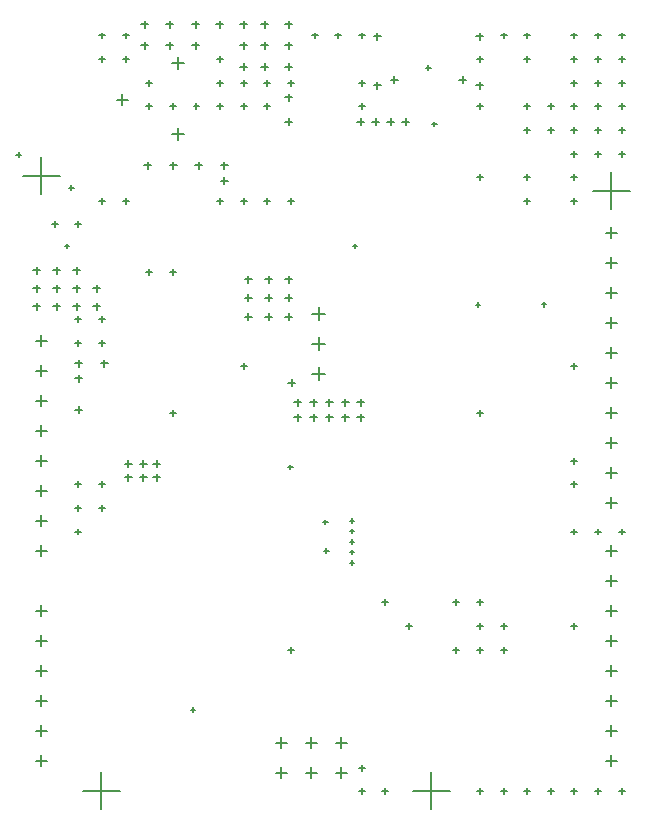
<source format=gbr>
G04*
G04 #@! TF.GenerationSoftware,Altium Limited,Altium Designer,24.2.2 (26)*
G04*
G04 Layer_Color=128*
%FSLAX44Y44*%
%MOMM*%
G71*
G04*
G04 #@! TF.SameCoordinates,B43C7C8D-B24C-4B8E-A4ED-51BAA9CAD299*
G04*
G04*
G04 #@! TF.FilePolarity,Positive*
G04*
G01*
G75*
%ADD18C,0.1270*%
D18*
X1252728Y801370D02*
X1284732D01*
X1268730Y785368D02*
Y817372D01*
X1735328Y788670D02*
X1767332D01*
X1751330Y772668D02*
Y804672D01*
X1303528Y280670D02*
X1335532D01*
X1319530Y264668D02*
Y296672D01*
X1582928Y280670D02*
X1614932D01*
X1598930Y264668D02*
Y296672D01*
X1263730Y661670D02*
X1273730D01*
X1268730Y656670D02*
Y666670D01*
X1263730Y636270D02*
X1273730D01*
X1268730Y631270D02*
Y641270D01*
X1263730Y610870D02*
X1273730D01*
X1268730Y605870D02*
Y615870D01*
X1263730Y585470D02*
X1273730D01*
X1268730Y580470D02*
Y590470D01*
X1263730Y560070D02*
X1273730D01*
X1268730Y555070D02*
Y565070D01*
X1263730Y534670D02*
X1273730D01*
X1268730Y529670D02*
Y539670D01*
X1263730Y509270D02*
X1273730D01*
X1268730Y504270D02*
Y514270D01*
X1263730Y483870D02*
X1273730D01*
X1268730Y478870D02*
Y488870D01*
X1263730Y433070D02*
X1273730D01*
X1268730Y428070D02*
Y438070D01*
X1263730Y407670D02*
X1273730D01*
X1268730Y402670D02*
Y412670D01*
X1263730Y382270D02*
X1273730D01*
X1268730Y377270D02*
Y387270D01*
X1263730Y356870D02*
X1273730D01*
X1268730Y351870D02*
Y361870D01*
X1263730Y331470D02*
X1273730D01*
X1268730Y326470D02*
Y336470D01*
X1263730Y306070D02*
X1273730D01*
X1268730Y301070D02*
Y311070D01*
X1746330Y524510D02*
X1756330D01*
X1751330Y519510D02*
Y529510D01*
X1746330Y549910D02*
X1756330D01*
X1751330Y544910D02*
Y554910D01*
X1746330Y575310D02*
X1756330D01*
X1751330Y570310D02*
Y580310D01*
X1746330Y600710D02*
X1756330D01*
X1751330Y595710D02*
Y605710D01*
X1746330Y626110D02*
X1756330D01*
X1751330Y621110D02*
Y631110D01*
X1746330Y651510D02*
X1756330D01*
X1751330Y646510D02*
Y656510D01*
X1746330Y676910D02*
X1756330D01*
X1751330Y671910D02*
Y681910D01*
X1746330Y702310D02*
X1756330D01*
X1751330Y697310D02*
Y707310D01*
X1746330Y727710D02*
X1756330D01*
X1751330Y722710D02*
Y732710D01*
X1746330Y753110D02*
X1756330D01*
X1751330Y748110D02*
Y758110D01*
X1746330Y306070D02*
X1756330D01*
X1751330Y301070D02*
Y311070D01*
X1746330Y331470D02*
X1756330D01*
X1751330Y326470D02*
Y336470D01*
X1746330Y356870D02*
X1756330D01*
X1751330Y351870D02*
Y361870D01*
X1746330Y382270D02*
X1756330D01*
X1751330Y377270D02*
Y387270D01*
X1746330Y407670D02*
X1756330D01*
X1751330Y402670D02*
Y412670D01*
X1746330Y433070D02*
X1756330D01*
X1751330Y428070D02*
Y438070D01*
X1746330Y458470D02*
X1756330D01*
X1751330Y453470D02*
Y463470D01*
X1746330Y483870D02*
X1756330D01*
X1751330Y478870D02*
Y488870D01*
X1332300Y865710D02*
X1342300D01*
X1337300Y860710D02*
Y870710D01*
X1379300Y896710D02*
X1389300D01*
X1384300Y891710D02*
Y901710D01*
X1379300Y836710D02*
X1389300D01*
X1384300Y831710D02*
Y841710D01*
X1498180Y684530D02*
X1509180D01*
X1503680Y679030D02*
Y690030D01*
X1498180Y659130D02*
X1509180D01*
X1503680Y653630D02*
Y664630D01*
X1498180Y633730D02*
X1509180D01*
X1503680Y628230D02*
Y639230D01*
X1550140Y919480D02*
X1556140D01*
X1553140Y916480D02*
Y922480D01*
X1636640Y919480D02*
X1642640D01*
X1639640Y916480D02*
Y922480D01*
X1550140Y877780D02*
X1556140D01*
X1553140Y874780D02*
Y880780D01*
X1636640Y877780D02*
X1642640D01*
X1639640Y874780D02*
Y880780D01*
X1564490Y882680D02*
X1570490D01*
X1567490Y879680D02*
Y885680D01*
X1622290Y882680D02*
X1628290D01*
X1625290Y879680D02*
Y885680D01*
X1517730Y321310D02*
X1527730D01*
X1522730Y316310D02*
Y326310D01*
X1517730Y295910D02*
X1527730D01*
X1522730Y290910D02*
Y300910D01*
X1492330Y321310D02*
X1502330D01*
X1497330Y316310D02*
Y326310D01*
X1466930Y295910D02*
X1476930D01*
X1471930Y290910D02*
Y300910D01*
X1492330Y295910D02*
X1502330D01*
X1497330Y290910D02*
Y300910D01*
X1466930Y321310D02*
X1476930D01*
X1471930Y316310D02*
Y326310D01*
X1757501Y920001D02*
X1762501D01*
X1760001Y917501D02*
Y922501D01*
X1757501Y900001D02*
X1762501D01*
X1760001Y897501D02*
Y902501D01*
X1757501Y880001D02*
X1762501D01*
X1760001Y877501D02*
Y882501D01*
X1757501Y860001D02*
X1762501D01*
X1760001Y857501D02*
Y862501D01*
X1757501Y840001D02*
X1762501D01*
X1760001Y837501D02*
Y842500D01*
X1757501Y820000D02*
X1762501D01*
X1760001Y817500D02*
Y822500D01*
X1757501Y500000D02*
X1762501D01*
X1760001Y497500D02*
Y502500D01*
X1757501Y280000D02*
X1762501D01*
X1760001Y277500D02*
Y282500D01*
X1737501Y920001D02*
X1742501D01*
X1740001Y917501D02*
Y922501D01*
X1737501Y900001D02*
X1742501D01*
X1740001Y897501D02*
Y902501D01*
X1737501Y880001D02*
X1742501D01*
X1740001Y877501D02*
Y882501D01*
X1737501Y860001D02*
X1742501D01*
X1740001Y857501D02*
Y862501D01*
X1737501Y840001D02*
X1742501D01*
X1740001Y837501D02*
Y842500D01*
X1737501Y820000D02*
X1742501D01*
X1740001Y817500D02*
Y822500D01*
X1737501Y500000D02*
X1742501D01*
X1740001Y497500D02*
Y502500D01*
X1737501Y280000D02*
X1742501D01*
X1740001Y277500D02*
Y282500D01*
X1717501Y920001D02*
X1722501D01*
X1720001Y917501D02*
Y922501D01*
X1717501Y900001D02*
X1722501D01*
X1720001Y897501D02*
Y902501D01*
X1717501Y880001D02*
X1722501D01*
X1720001Y877501D02*
Y882501D01*
X1717501Y860001D02*
X1722501D01*
X1720001Y857501D02*
Y862501D01*
X1717501Y840001D02*
X1722501D01*
X1720001Y837501D02*
Y842500D01*
X1717501Y820000D02*
X1722501D01*
X1720001Y817500D02*
Y822500D01*
X1717501Y800000D02*
X1722501D01*
X1720001Y797500D02*
Y802500D01*
X1717501Y780000D02*
X1722501D01*
X1720001Y777500D02*
Y782500D01*
X1717501Y640000D02*
X1722501D01*
X1720001Y637500D02*
Y642500D01*
X1717501Y560000D02*
X1722501D01*
X1720001Y557500D02*
Y562500D01*
X1717501Y540000D02*
X1722501D01*
X1720001Y537500D02*
Y542500D01*
X1717501Y500000D02*
X1722501D01*
X1720001Y497500D02*
Y502500D01*
X1717501Y420000D02*
X1722501D01*
X1720001Y417500D02*
Y422500D01*
X1717501Y280000D02*
X1722501D01*
X1720001Y277500D02*
Y282500D01*
X1697501Y860001D02*
X1702501D01*
X1700001Y857501D02*
Y862501D01*
X1697501Y840001D02*
X1702501D01*
X1700001Y837501D02*
Y842500D01*
X1697501Y280000D02*
X1702501D01*
X1700001Y277500D02*
Y282500D01*
X1677501Y920001D02*
X1682501D01*
X1680001Y917501D02*
Y922501D01*
X1677501Y900001D02*
X1682501D01*
X1680001Y897501D02*
Y902501D01*
X1677501Y860001D02*
X1682501D01*
X1680001Y857501D02*
Y862501D01*
X1677501Y840001D02*
X1682501D01*
X1680001Y837501D02*
Y842500D01*
X1677501Y800000D02*
X1682501D01*
X1680001Y797500D02*
Y802500D01*
X1677501Y780000D02*
X1682501D01*
X1680001Y777500D02*
Y782500D01*
X1677501Y280000D02*
X1682501D01*
X1680001Y277500D02*
Y282500D01*
X1657501Y920001D02*
X1662501D01*
X1660001Y917501D02*
Y922501D01*
X1657501Y420000D02*
X1662501D01*
X1660001Y417500D02*
Y422500D01*
X1657501Y400000D02*
X1662501D01*
X1660001Y397500D02*
Y402500D01*
X1657501Y280000D02*
X1662501D01*
X1660001Y277500D02*
Y282500D01*
X1637501Y900001D02*
X1642501D01*
X1640001Y897501D02*
Y902501D01*
X1637501Y860001D02*
X1642501D01*
X1640001Y857501D02*
Y862501D01*
X1637501Y800000D02*
X1642501D01*
X1640001Y797500D02*
Y802500D01*
X1637501Y600000D02*
X1642501D01*
X1640001Y597500D02*
Y602500D01*
X1637501Y440000D02*
X1642501D01*
X1640001Y437500D02*
Y442500D01*
X1637501Y420000D02*
X1642501D01*
X1640001Y417500D02*
Y422500D01*
X1637501Y400000D02*
X1642501D01*
X1640001Y397500D02*
Y402500D01*
X1637501Y280000D02*
X1642501D01*
X1640001Y277500D02*
Y282500D01*
X1617501Y440000D02*
X1622501D01*
X1620001Y437500D02*
Y442500D01*
X1617501Y400000D02*
X1622501D01*
X1620001Y397500D02*
Y402500D01*
X1577501Y420000D02*
X1582501D01*
X1580001Y417500D02*
Y422500D01*
X1557501Y440000D02*
X1562501D01*
X1560001Y437500D02*
Y442500D01*
X1557501Y280000D02*
X1562501D01*
X1560001Y277500D02*
Y282500D01*
X1537501Y920001D02*
X1542501D01*
X1540001Y917501D02*
Y922501D01*
X1537501Y880001D02*
X1542501D01*
X1540001Y877501D02*
Y882501D01*
X1537501Y860001D02*
X1542501D01*
X1540001Y857501D02*
Y862501D01*
X1537501Y300000D02*
X1542501D01*
X1540001Y297500D02*
Y302500D01*
X1537501Y280000D02*
X1542501D01*
X1540001Y277500D02*
Y282500D01*
X1517501Y920001D02*
X1522501D01*
X1520001Y917501D02*
Y922501D01*
X1497501Y920001D02*
X1502501D01*
X1500001Y917501D02*
Y922501D01*
X1477501Y880001D02*
X1482501D01*
X1480001Y877501D02*
Y882501D01*
X1477501Y780000D02*
X1482501D01*
X1480001Y777500D02*
Y782500D01*
X1477501Y400000D02*
X1482501D01*
X1480001Y397500D02*
Y402500D01*
X1457501Y880001D02*
X1462501D01*
X1460001Y877501D02*
Y882501D01*
X1457501Y860001D02*
X1462501D01*
X1460001Y857501D02*
Y862501D01*
X1457501Y780000D02*
X1462501D01*
X1460001Y777500D02*
Y782500D01*
X1437501Y880001D02*
X1442501D01*
X1440001Y877501D02*
Y882501D01*
X1437501Y860001D02*
X1442501D01*
X1440001Y857501D02*
Y862501D01*
X1437501Y780000D02*
X1442501D01*
X1440001Y777500D02*
Y782500D01*
X1437501Y640000D02*
X1442501D01*
X1440001Y637500D02*
Y642500D01*
X1417501Y900001D02*
X1422501D01*
X1420001Y897501D02*
Y902501D01*
X1417501Y880001D02*
X1422501D01*
X1420001Y877501D02*
Y882501D01*
X1417501Y860001D02*
X1422501D01*
X1420001Y857501D02*
Y862501D01*
X1417501Y780000D02*
X1422501D01*
X1420001Y777500D02*
Y782500D01*
X1397501Y860001D02*
X1402501D01*
X1400001Y857501D02*
Y862501D01*
X1377501Y860001D02*
X1382501D01*
X1380001Y857501D02*
Y862501D01*
X1377501Y720000D02*
X1382501D01*
X1380001Y717500D02*
Y722500D01*
X1377501Y600000D02*
X1382501D01*
X1380001Y597500D02*
Y602500D01*
X1357501Y880001D02*
X1362501D01*
X1360001Y877501D02*
Y882501D01*
X1357501Y860001D02*
X1362501D01*
X1360001Y857501D02*
Y862501D01*
X1357501Y720000D02*
X1362501D01*
X1360001Y717500D02*
Y722500D01*
X1337501Y920001D02*
X1342501D01*
X1340001Y917501D02*
Y922501D01*
X1337501Y900001D02*
X1342501D01*
X1340001Y897501D02*
Y902501D01*
X1337501Y780000D02*
X1342501D01*
X1340001Y777500D02*
Y782500D01*
X1317501Y920001D02*
X1322501D01*
X1320001Y917501D02*
Y922501D01*
X1317501Y900001D02*
X1322501D01*
X1320001Y897501D02*
Y902501D01*
X1317501Y780000D02*
X1322501D01*
X1320001Y777500D02*
Y782500D01*
X1317501Y680000D02*
X1322501D01*
X1320001Y677500D02*
Y682500D01*
X1317501Y660000D02*
X1322501D01*
X1320001Y657500D02*
Y662500D01*
X1317501Y540000D02*
X1322501D01*
X1320001Y537500D02*
Y542500D01*
X1317501Y520000D02*
X1322501D01*
X1320001Y517500D02*
Y522500D01*
X1297501Y760000D02*
X1302501D01*
X1300001Y757500D02*
Y762500D01*
X1297501Y680000D02*
X1302501D01*
X1300001Y677500D02*
Y682500D01*
X1297501Y660000D02*
X1302501D01*
X1300001Y657500D02*
Y662500D01*
X1297501Y540000D02*
X1302501D01*
X1300001Y537500D02*
Y542500D01*
X1297501Y520000D02*
X1302501D01*
X1300001Y517500D02*
Y522500D01*
X1297501Y500000D02*
X1302501D01*
X1300001Y497500D02*
Y502500D01*
X1277501Y760000D02*
X1282501D01*
X1280001Y757500D02*
Y762500D01*
X1529620Y473710D02*
X1533620D01*
X1531620Y471710D02*
Y475710D01*
X1529620Y482600D02*
X1533620D01*
X1531620Y480600D02*
Y484600D01*
X1529620Y491490D02*
X1533620D01*
X1531620Y489490D02*
Y493490D01*
X1529620Y500380D02*
X1533620D01*
X1531620Y498380D02*
Y502380D01*
X1529620Y509270D02*
X1533620D01*
X1531620Y507270D02*
Y511270D01*
X1599470Y845157D02*
X1603470D01*
X1601470Y843157D02*
Y847157D01*
X1594390Y892810D02*
X1598390D01*
X1596390Y890810D02*
Y894810D01*
X1477550Y554600D02*
X1481550D01*
X1479550Y552600D02*
Y556600D01*
X1247330Y819150D02*
X1251330D01*
X1249330Y817150D02*
Y821150D01*
X1692274Y692304D02*
X1696274D01*
X1694274Y690304D02*
Y694304D01*
X1508030Y483870D02*
X1512030D01*
X1510030Y481870D02*
Y485870D01*
X1395000Y349250D02*
X1399000D01*
X1397000Y347250D02*
Y351250D01*
X1292130Y791210D02*
X1296130D01*
X1294130Y789210D02*
Y793210D01*
X1536240Y596900D02*
X1542240D01*
X1539240Y593900D02*
Y599900D01*
X1522905Y596900D02*
X1528905D01*
X1525905Y593900D02*
Y599900D01*
X1509570Y596900D02*
X1515570D01*
X1512570Y593900D02*
Y599900D01*
X1496235Y596900D02*
X1502235D01*
X1499235Y593900D02*
Y599900D01*
X1482900Y596900D02*
X1488900D01*
X1485900Y593900D02*
Y599900D01*
X1297480Y603250D02*
X1303480D01*
X1300480Y600250D02*
Y606250D01*
X1297480Y629920D02*
X1303480D01*
X1300480Y626920D02*
Y632920D01*
X1297480Y642620D02*
X1303480D01*
X1300480Y639620D02*
Y645620D01*
X1319070Y642620D02*
X1325070D01*
X1322070Y639620D02*
Y645620D01*
X1482900Y609600D02*
X1488900D01*
X1485900Y606600D02*
Y612600D01*
X1477820Y626110D02*
X1483820D01*
X1480820Y623110D02*
Y629110D01*
X1496235Y609600D02*
X1502235D01*
X1499235Y606600D02*
Y612600D01*
X1509570Y609600D02*
X1515570D01*
X1512570Y606600D02*
Y612600D01*
X1522905Y609600D02*
X1528905D01*
X1525905Y606600D02*
Y612600D01*
X1536240Y609600D02*
X1542240D01*
X1539240Y606600D02*
Y612600D01*
X1437180Y929640D02*
X1443180D01*
X1440180Y926640D02*
Y932640D01*
X1437180Y911543D02*
X1443180D01*
X1440180Y908542D02*
Y914542D01*
X1437180Y893445D02*
X1443180D01*
X1440180Y890445D02*
Y896445D01*
X1416860Y929640D02*
X1422860D01*
X1419860Y926640D02*
Y932640D01*
X1374315Y911543D02*
X1380315D01*
X1377315Y908542D02*
Y914542D01*
X1454960Y893445D02*
X1460960D01*
X1457960Y890445D02*
Y896445D01*
X1353360Y911543D02*
X1359360D01*
X1356360Y908542D02*
Y914542D01*
X1396540Y911543D02*
X1402540D01*
X1399540Y908542D02*
Y914542D01*
X1454960Y911543D02*
X1460960D01*
X1457960Y908542D02*
Y914542D01*
X1353360Y929640D02*
X1359360D01*
X1356360Y926640D02*
Y932640D01*
X1374315Y929640D02*
X1380315D01*
X1377315Y926640D02*
Y932640D01*
X1396540Y929640D02*
X1402540D01*
X1399540Y926640D02*
Y932640D01*
X1454960Y929640D02*
X1460960D01*
X1457960Y926640D02*
Y932640D01*
X1475280Y929640D02*
X1481280D01*
X1478280Y926640D02*
Y932640D01*
X1475280Y911543D02*
X1481280D01*
X1478280Y908542D02*
Y914542D01*
X1475280Y893445D02*
X1481280D01*
X1478280Y890445D02*
Y896445D01*
X1475280Y867728D02*
X1481280D01*
X1478280Y864727D02*
Y870727D01*
X1475280Y847090D02*
X1481280D01*
X1478280Y844090D02*
Y850090D01*
X1536240Y847090D02*
X1542240D01*
X1539240Y844090D02*
Y850090D01*
X1548940Y847090D02*
X1554940D01*
X1551940Y844090D02*
Y850090D01*
X1561640Y847090D02*
X1567640D01*
X1564640Y844090D02*
Y850090D01*
X1574340Y847090D02*
X1580340D01*
X1577340Y844090D02*
Y850090D01*
X1312720Y706120D02*
X1318720D01*
X1315720Y703120D02*
Y709120D01*
X1312720Y690880D02*
X1318720D01*
X1315720Y687880D02*
Y693880D01*
X1295787Y690880D02*
X1301787D01*
X1298787Y687880D02*
Y693880D01*
X1295787Y706120D02*
X1301787D01*
X1298787Y703120D02*
Y709120D01*
X1295787Y721360D02*
X1301787D01*
X1298787Y718360D02*
Y724360D01*
X1278853Y721360D02*
X1284853D01*
X1281853Y718360D02*
Y724360D01*
X1278853Y706120D02*
X1284853D01*
X1281853Y703120D02*
Y709120D01*
X1278853Y690880D02*
X1284853D01*
X1281853Y687880D02*
Y693880D01*
X1261920Y690880D02*
X1267920D01*
X1264920Y687880D02*
Y693880D01*
X1261920Y706120D02*
X1267920D01*
X1264920Y703120D02*
Y709120D01*
X1261920Y721360D02*
X1267920D01*
X1264920Y718360D02*
Y724360D01*
X1288320Y741680D02*
X1292320D01*
X1290320Y739680D02*
Y743680D01*
X1339390Y557530D02*
X1345390D01*
X1342390Y554530D02*
Y560530D01*
X1339390Y546100D02*
X1345390D01*
X1342390Y543100D02*
Y549100D01*
X1363520Y546100D02*
X1369520D01*
X1366520Y543100D02*
Y549100D01*
X1352090Y557530D02*
X1358090D01*
X1355090Y554530D02*
Y560530D01*
X1352090Y546100D02*
X1358090D01*
X1355090Y543100D02*
Y549100D01*
X1363520Y557530D02*
X1369520D01*
X1366520Y554530D02*
Y560530D01*
X1355900Y810260D02*
X1361900D01*
X1358900Y807260D02*
Y813260D01*
X1440990Y713740D02*
X1446990D01*
X1443990Y710740D02*
Y716740D01*
X1458135Y713740D02*
X1464135D01*
X1461135Y710740D02*
Y716740D01*
X1475280Y713740D02*
X1481280D01*
X1478280Y710740D02*
Y716740D01*
X1440990Y697865D02*
X1446990D01*
X1443990Y694865D02*
Y700865D01*
X1458135Y697865D02*
X1464135D01*
X1461135Y694865D02*
Y700865D01*
X1475280Y697865D02*
X1481280D01*
X1478280Y694865D02*
Y700865D01*
X1475280Y681990D02*
X1481280D01*
X1478280Y678990D02*
Y684990D01*
X1458135Y681990D02*
X1464135D01*
X1461135Y678990D02*
Y684990D01*
X1440990Y681990D02*
X1446990D01*
X1443990Y678990D02*
Y684990D01*
X1420670Y810260D02*
X1426670D01*
X1423670Y807260D02*
Y813260D01*
X1420670Y797103D02*
X1426670D01*
X1423670Y794103D02*
Y800103D01*
X1399080Y810260D02*
X1405080D01*
X1402080Y807260D02*
Y813260D01*
X1377490Y810260D02*
X1383490D01*
X1380490Y807260D02*
Y813260D01*
X1507068Y508112D02*
X1511068D01*
X1509068Y506112D02*
Y510112D01*
X1636300Y692150D02*
X1640300D01*
X1638300Y690150D02*
Y694150D01*
X1532160Y741680D02*
X1536160D01*
X1534160Y739680D02*
Y743680D01*
M02*

</source>
